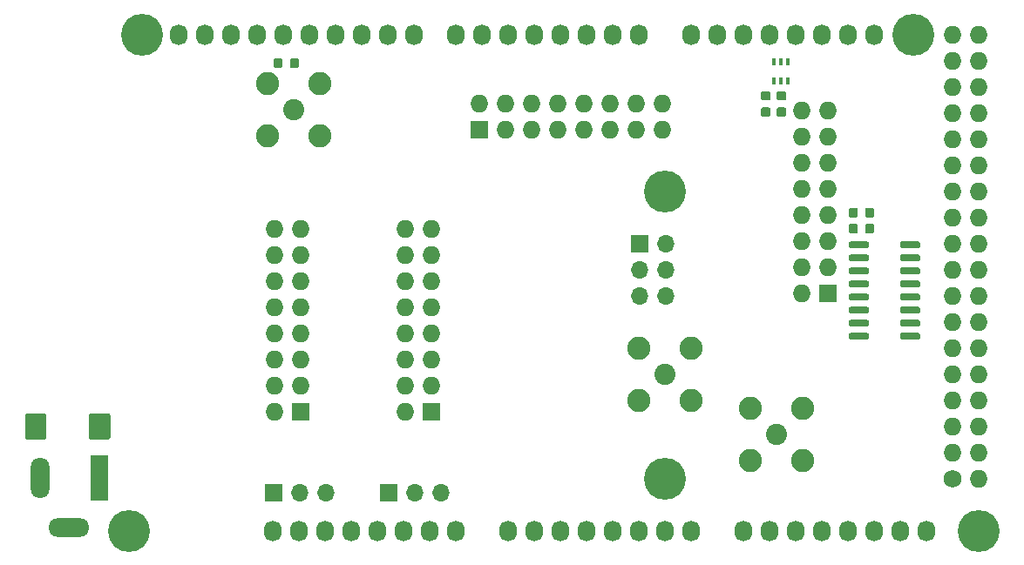
<source format=gbr>
%TF.GenerationSoftware,KiCad,Pcbnew,(5.1.2)-1*%
%TF.CreationDate,2020-09-11T17:40:03+02:00*%
%TF.ProjectId,ArduinoShield_SPIlinedriver_Sync_2V0,41726475-696e-46f5-9368-69656c645f53,3.1*%
%TF.SameCoordinates,Original*%
%TF.FileFunction,Soldermask,Bot*%
%TF.FilePolarity,Negative*%
%FSLAX46Y46*%
G04 Gerber Fmt 4.6, Leading zero omitted, Abs format (unit mm)*
G04 Created by KiCad (PCBNEW (5.1.2)-1) date 2020-09-11 17:40:03*
%MOMM*%
%LPD*%
G04 APERTURE LIST*
%ADD10R,1.800000X4.400000*%
%ADD11O,1.800000X4.000000*%
%ADD12O,4.000000X1.800000*%
%ADD13C,1.727200*%
%ADD14O,1.727200X1.727200*%
%ADD15O,1.727200X2.032000*%
%ADD16C,4.064000*%
%ADD17R,1.700000X1.700000*%
%ADD18O,1.700000X1.700000*%
%ADD19C,2.050000*%
%ADD20C,2.250000*%
%ADD21C,0.100000*%
%ADD22C,0.600000*%
%ADD23C,0.875000*%
%ADD24R,1.727200X1.727200*%
%ADD25R,0.400000X0.650000*%
%ADD26C,2.075000*%
G04 APERTURE END LIST*
D10*
X114503200Y-113995200D03*
D11*
X108703200Y-113995200D03*
D12*
X111503200Y-118795200D03*
D13*
X197358000Y-114046000D03*
D14*
X199898000Y-114046000D03*
X197358000Y-111506000D03*
X199898000Y-111506000D03*
X197358000Y-108966000D03*
X199898000Y-108966000D03*
X197358000Y-106426000D03*
X199898000Y-106426000D03*
X197358000Y-103886000D03*
X199898000Y-103886000D03*
X197358000Y-101346000D03*
X199898000Y-101346000D03*
X197358000Y-98806000D03*
X199898000Y-98806000D03*
X197358000Y-96266000D03*
X199898000Y-96266000D03*
X197358000Y-93726000D03*
X199898000Y-93726000D03*
X197358000Y-91186000D03*
X199898000Y-91186000D03*
X197358000Y-88646000D03*
X199898000Y-88646000D03*
X197358000Y-86106000D03*
X199898000Y-86106000D03*
X197358000Y-83566000D03*
X199898000Y-83566000D03*
X197358000Y-81026000D03*
X199898000Y-81026000D03*
X197358000Y-78486000D03*
X199898000Y-78486000D03*
X197358000Y-75946000D03*
X199898000Y-75946000D03*
X197358000Y-73406000D03*
X199898000Y-73406000D03*
X197358000Y-70866000D03*
X199898000Y-70866000D03*
D15*
X131318000Y-119126000D03*
X133858000Y-119126000D03*
X136398000Y-119126000D03*
X138938000Y-119126000D03*
X141478000Y-119126000D03*
X144018000Y-119126000D03*
X146558000Y-119126000D03*
X149098000Y-119126000D03*
X154178000Y-119126000D03*
X156718000Y-119126000D03*
X159258000Y-119126000D03*
X161798000Y-119126000D03*
X164338000Y-119126000D03*
X166878000Y-119126000D03*
X169418000Y-119126000D03*
X171958000Y-119126000D03*
X177038000Y-119126000D03*
X179578000Y-119126000D03*
X182118000Y-119126000D03*
X184658000Y-119126000D03*
X187198000Y-119126000D03*
X189738000Y-119126000D03*
X192278000Y-119126000D03*
X194818000Y-119126000D03*
X122174000Y-70866000D03*
X124714000Y-70866000D03*
X127254000Y-70866000D03*
X129794000Y-70866000D03*
X132334000Y-70866000D03*
X134874000Y-70866000D03*
X137414000Y-70866000D03*
X139954000Y-70866000D03*
X142494000Y-70866000D03*
X145034000Y-70866000D03*
X149098000Y-70866000D03*
X151638000Y-70866000D03*
X154178000Y-70866000D03*
X156718000Y-70866000D03*
X159258000Y-70866000D03*
X161798000Y-70866000D03*
X164338000Y-70866000D03*
X166878000Y-70866000D03*
X171958000Y-70866000D03*
X174498000Y-70866000D03*
X177038000Y-70866000D03*
X179578000Y-70866000D03*
X182118000Y-70866000D03*
X184658000Y-70866000D03*
X187198000Y-70866000D03*
X189738000Y-70866000D03*
D16*
X117348000Y-119126000D03*
X169418000Y-114046000D03*
X199898000Y-119126000D03*
X118618000Y-70866000D03*
X169418000Y-86106000D03*
X193548000Y-70866000D03*
D17*
X167005000Y-91211400D03*
D18*
X169545000Y-91211400D03*
X167005000Y-93751400D03*
X169545000Y-93751400D03*
X167005000Y-96291400D03*
X169545000Y-96291400D03*
D19*
X180238400Y-109728000D03*
D20*
X182778400Y-112268000D03*
X182778400Y-107188000D03*
X177698400Y-107188000D03*
X177698400Y-112268000D03*
X166878000Y-106426000D03*
X166878000Y-101346000D03*
X171958000Y-101346000D03*
X171958000Y-106426000D03*
D19*
X169418000Y-103886000D03*
D21*
G36*
X189118703Y-91013722D02*
G01*
X189133264Y-91015882D01*
X189147543Y-91019459D01*
X189161403Y-91024418D01*
X189174710Y-91030712D01*
X189187336Y-91038280D01*
X189199159Y-91047048D01*
X189210066Y-91056934D01*
X189219952Y-91067841D01*
X189228720Y-91079664D01*
X189236288Y-91092290D01*
X189242582Y-91105597D01*
X189247541Y-91119457D01*
X189251118Y-91133736D01*
X189253278Y-91148297D01*
X189254000Y-91163000D01*
X189254000Y-91463000D01*
X189253278Y-91477703D01*
X189251118Y-91492264D01*
X189247541Y-91506543D01*
X189242582Y-91520403D01*
X189236288Y-91533710D01*
X189228720Y-91546336D01*
X189219952Y-91558159D01*
X189210066Y-91569066D01*
X189199159Y-91578952D01*
X189187336Y-91587720D01*
X189174710Y-91595288D01*
X189161403Y-91601582D01*
X189147543Y-91606541D01*
X189133264Y-91610118D01*
X189118703Y-91612278D01*
X189104000Y-91613000D01*
X187454000Y-91613000D01*
X187439297Y-91612278D01*
X187424736Y-91610118D01*
X187410457Y-91606541D01*
X187396597Y-91601582D01*
X187383290Y-91595288D01*
X187370664Y-91587720D01*
X187358841Y-91578952D01*
X187347934Y-91569066D01*
X187338048Y-91558159D01*
X187329280Y-91546336D01*
X187321712Y-91533710D01*
X187315418Y-91520403D01*
X187310459Y-91506543D01*
X187306882Y-91492264D01*
X187304722Y-91477703D01*
X187304000Y-91463000D01*
X187304000Y-91163000D01*
X187304722Y-91148297D01*
X187306882Y-91133736D01*
X187310459Y-91119457D01*
X187315418Y-91105597D01*
X187321712Y-91092290D01*
X187329280Y-91079664D01*
X187338048Y-91067841D01*
X187347934Y-91056934D01*
X187358841Y-91047048D01*
X187370664Y-91038280D01*
X187383290Y-91030712D01*
X187396597Y-91024418D01*
X187410457Y-91019459D01*
X187424736Y-91015882D01*
X187439297Y-91013722D01*
X187454000Y-91013000D01*
X189104000Y-91013000D01*
X189118703Y-91013722D01*
X189118703Y-91013722D01*
G37*
D22*
X188279000Y-91313000D03*
D21*
G36*
X189118703Y-92283722D02*
G01*
X189133264Y-92285882D01*
X189147543Y-92289459D01*
X189161403Y-92294418D01*
X189174710Y-92300712D01*
X189187336Y-92308280D01*
X189199159Y-92317048D01*
X189210066Y-92326934D01*
X189219952Y-92337841D01*
X189228720Y-92349664D01*
X189236288Y-92362290D01*
X189242582Y-92375597D01*
X189247541Y-92389457D01*
X189251118Y-92403736D01*
X189253278Y-92418297D01*
X189254000Y-92433000D01*
X189254000Y-92733000D01*
X189253278Y-92747703D01*
X189251118Y-92762264D01*
X189247541Y-92776543D01*
X189242582Y-92790403D01*
X189236288Y-92803710D01*
X189228720Y-92816336D01*
X189219952Y-92828159D01*
X189210066Y-92839066D01*
X189199159Y-92848952D01*
X189187336Y-92857720D01*
X189174710Y-92865288D01*
X189161403Y-92871582D01*
X189147543Y-92876541D01*
X189133264Y-92880118D01*
X189118703Y-92882278D01*
X189104000Y-92883000D01*
X187454000Y-92883000D01*
X187439297Y-92882278D01*
X187424736Y-92880118D01*
X187410457Y-92876541D01*
X187396597Y-92871582D01*
X187383290Y-92865288D01*
X187370664Y-92857720D01*
X187358841Y-92848952D01*
X187347934Y-92839066D01*
X187338048Y-92828159D01*
X187329280Y-92816336D01*
X187321712Y-92803710D01*
X187315418Y-92790403D01*
X187310459Y-92776543D01*
X187306882Y-92762264D01*
X187304722Y-92747703D01*
X187304000Y-92733000D01*
X187304000Y-92433000D01*
X187304722Y-92418297D01*
X187306882Y-92403736D01*
X187310459Y-92389457D01*
X187315418Y-92375597D01*
X187321712Y-92362290D01*
X187329280Y-92349664D01*
X187338048Y-92337841D01*
X187347934Y-92326934D01*
X187358841Y-92317048D01*
X187370664Y-92308280D01*
X187383290Y-92300712D01*
X187396597Y-92294418D01*
X187410457Y-92289459D01*
X187424736Y-92285882D01*
X187439297Y-92283722D01*
X187454000Y-92283000D01*
X189104000Y-92283000D01*
X189118703Y-92283722D01*
X189118703Y-92283722D01*
G37*
D22*
X188279000Y-92583000D03*
D21*
G36*
X189118703Y-93553722D02*
G01*
X189133264Y-93555882D01*
X189147543Y-93559459D01*
X189161403Y-93564418D01*
X189174710Y-93570712D01*
X189187336Y-93578280D01*
X189199159Y-93587048D01*
X189210066Y-93596934D01*
X189219952Y-93607841D01*
X189228720Y-93619664D01*
X189236288Y-93632290D01*
X189242582Y-93645597D01*
X189247541Y-93659457D01*
X189251118Y-93673736D01*
X189253278Y-93688297D01*
X189254000Y-93703000D01*
X189254000Y-94003000D01*
X189253278Y-94017703D01*
X189251118Y-94032264D01*
X189247541Y-94046543D01*
X189242582Y-94060403D01*
X189236288Y-94073710D01*
X189228720Y-94086336D01*
X189219952Y-94098159D01*
X189210066Y-94109066D01*
X189199159Y-94118952D01*
X189187336Y-94127720D01*
X189174710Y-94135288D01*
X189161403Y-94141582D01*
X189147543Y-94146541D01*
X189133264Y-94150118D01*
X189118703Y-94152278D01*
X189104000Y-94153000D01*
X187454000Y-94153000D01*
X187439297Y-94152278D01*
X187424736Y-94150118D01*
X187410457Y-94146541D01*
X187396597Y-94141582D01*
X187383290Y-94135288D01*
X187370664Y-94127720D01*
X187358841Y-94118952D01*
X187347934Y-94109066D01*
X187338048Y-94098159D01*
X187329280Y-94086336D01*
X187321712Y-94073710D01*
X187315418Y-94060403D01*
X187310459Y-94046543D01*
X187306882Y-94032264D01*
X187304722Y-94017703D01*
X187304000Y-94003000D01*
X187304000Y-93703000D01*
X187304722Y-93688297D01*
X187306882Y-93673736D01*
X187310459Y-93659457D01*
X187315418Y-93645597D01*
X187321712Y-93632290D01*
X187329280Y-93619664D01*
X187338048Y-93607841D01*
X187347934Y-93596934D01*
X187358841Y-93587048D01*
X187370664Y-93578280D01*
X187383290Y-93570712D01*
X187396597Y-93564418D01*
X187410457Y-93559459D01*
X187424736Y-93555882D01*
X187439297Y-93553722D01*
X187454000Y-93553000D01*
X189104000Y-93553000D01*
X189118703Y-93553722D01*
X189118703Y-93553722D01*
G37*
D22*
X188279000Y-93853000D03*
D21*
G36*
X189118703Y-94823722D02*
G01*
X189133264Y-94825882D01*
X189147543Y-94829459D01*
X189161403Y-94834418D01*
X189174710Y-94840712D01*
X189187336Y-94848280D01*
X189199159Y-94857048D01*
X189210066Y-94866934D01*
X189219952Y-94877841D01*
X189228720Y-94889664D01*
X189236288Y-94902290D01*
X189242582Y-94915597D01*
X189247541Y-94929457D01*
X189251118Y-94943736D01*
X189253278Y-94958297D01*
X189254000Y-94973000D01*
X189254000Y-95273000D01*
X189253278Y-95287703D01*
X189251118Y-95302264D01*
X189247541Y-95316543D01*
X189242582Y-95330403D01*
X189236288Y-95343710D01*
X189228720Y-95356336D01*
X189219952Y-95368159D01*
X189210066Y-95379066D01*
X189199159Y-95388952D01*
X189187336Y-95397720D01*
X189174710Y-95405288D01*
X189161403Y-95411582D01*
X189147543Y-95416541D01*
X189133264Y-95420118D01*
X189118703Y-95422278D01*
X189104000Y-95423000D01*
X187454000Y-95423000D01*
X187439297Y-95422278D01*
X187424736Y-95420118D01*
X187410457Y-95416541D01*
X187396597Y-95411582D01*
X187383290Y-95405288D01*
X187370664Y-95397720D01*
X187358841Y-95388952D01*
X187347934Y-95379066D01*
X187338048Y-95368159D01*
X187329280Y-95356336D01*
X187321712Y-95343710D01*
X187315418Y-95330403D01*
X187310459Y-95316543D01*
X187306882Y-95302264D01*
X187304722Y-95287703D01*
X187304000Y-95273000D01*
X187304000Y-94973000D01*
X187304722Y-94958297D01*
X187306882Y-94943736D01*
X187310459Y-94929457D01*
X187315418Y-94915597D01*
X187321712Y-94902290D01*
X187329280Y-94889664D01*
X187338048Y-94877841D01*
X187347934Y-94866934D01*
X187358841Y-94857048D01*
X187370664Y-94848280D01*
X187383290Y-94840712D01*
X187396597Y-94834418D01*
X187410457Y-94829459D01*
X187424736Y-94825882D01*
X187439297Y-94823722D01*
X187454000Y-94823000D01*
X189104000Y-94823000D01*
X189118703Y-94823722D01*
X189118703Y-94823722D01*
G37*
D22*
X188279000Y-95123000D03*
D21*
G36*
X189118703Y-96093722D02*
G01*
X189133264Y-96095882D01*
X189147543Y-96099459D01*
X189161403Y-96104418D01*
X189174710Y-96110712D01*
X189187336Y-96118280D01*
X189199159Y-96127048D01*
X189210066Y-96136934D01*
X189219952Y-96147841D01*
X189228720Y-96159664D01*
X189236288Y-96172290D01*
X189242582Y-96185597D01*
X189247541Y-96199457D01*
X189251118Y-96213736D01*
X189253278Y-96228297D01*
X189254000Y-96243000D01*
X189254000Y-96543000D01*
X189253278Y-96557703D01*
X189251118Y-96572264D01*
X189247541Y-96586543D01*
X189242582Y-96600403D01*
X189236288Y-96613710D01*
X189228720Y-96626336D01*
X189219952Y-96638159D01*
X189210066Y-96649066D01*
X189199159Y-96658952D01*
X189187336Y-96667720D01*
X189174710Y-96675288D01*
X189161403Y-96681582D01*
X189147543Y-96686541D01*
X189133264Y-96690118D01*
X189118703Y-96692278D01*
X189104000Y-96693000D01*
X187454000Y-96693000D01*
X187439297Y-96692278D01*
X187424736Y-96690118D01*
X187410457Y-96686541D01*
X187396597Y-96681582D01*
X187383290Y-96675288D01*
X187370664Y-96667720D01*
X187358841Y-96658952D01*
X187347934Y-96649066D01*
X187338048Y-96638159D01*
X187329280Y-96626336D01*
X187321712Y-96613710D01*
X187315418Y-96600403D01*
X187310459Y-96586543D01*
X187306882Y-96572264D01*
X187304722Y-96557703D01*
X187304000Y-96543000D01*
X187304000Y-96243000D01*
X187304722Y-96228297D01*
X187306882Y-96213736D01*
X187310459Y-96199457D01*
X187315418Y-96185597D01*
X187321712Y-96172290D01*
X187329280Y-96159664D01*
X187338048Y-96147841D01*
X187347934Y-96136934D01*
X187358841Y-96127048D01*
X187370664Y-96118280D01*
X187383290Y-96110712D01*
X187396597Y-96104418D01*
X187410457Y-96099459D01*
X187424736Y-96095882D01*
X187439297Y-96093722D01*
X187454000Y-96093000D01*
X189104000Y-96093000D01*
X189118703Y-96093722D01*
X189118703Y-96093722D01*
G37*
D22*
X188279000Y-96393000D03*
D21*
G36*
X189118703Y-97363722D02*
G01*
X189133264Y-97365882D01*
X189147543Y-97369459D01*
X189161403Y-97374418D01*
X189174710Y-97380712D01*
X189187336Y-97388280D01*
X189199159Y-97397048D01*
X189210066Y-97406934D01*
X189219952Y-97417841D01*
X189228720Y-97429664D01*
X189236288Y-97442290D01*
X189242582Y-97455597D01*
X189247541Y-97469457D01*
X189251118Y-97483736D01*
X189253278Y-97498297D01*
X189254000Y-97513000D01*
X189254000Y-97813000D01*
X189253278Y-97827703D01*
X189251118Y-97842264D01*
X189247541Y-97856543D01*
X189242582Y-97870403D01*
X189236288Y-97883710D01*
X189228720Y-97896336D01*
X189219952Y-97908159D01*
X189210066Y-97919066D01*
X189199159Y-97928952D01*
X189187336Y-97937720D01*
X189174710Y-97945288D01*
X189161403Y-97951582D01*
X189147543Y-97956541D01*
X189133264Y-97960118D01*
X189118703Y-97962278D01*
X189104000Y-97963000D01*
X187454000Y-97963000D01*
X187439297Y-97962278D01*
X187424736Y-97960118D01*
X187410457Y-97956541D01*
X187396597Y-97951582D01*
X187383290Y-97945288D01*
X187370664Y-97937720D01*
X187358841Y-97928952D01*
X187347934Y-97919066D01*
X187338048Y-97908159D01*
X187329280Y-97896336D01*
X187321712Y-97883710D01*
X187315418Y-97870403D01*
X187310459Y-97856543D01*
X187306882Y-97842264D01*
X187304722Y-97827703D01*
X187304000Y-97813000D01*
X187304000Y-97513000D01*
X187304722Y-97498297D01*
X187306882Y-97483736D01*
X187310459Y-97469457D01*
X187315418Y-97455597D01*
X187321712Y-97442290D01*
X187329280Y-97429664D01*
X187338048Y-97417841D01*
X187347934Y-97406934D01*
X187358841Y-97397048D01*
X187370664Y-97388280D01*
X187383290Y-97380712D01*
X187396597Y-97374418D01*
X187410457Y-97369459D01*
X187424736Y-97365882D01*
X187439297Y-97363722D01*
X187454000Y-97363000D01*
X189104000Y-97363000D01*
X189118703Y-97363722D01*
X189118703Y-97363722D01*
G37*
D22*
X188279000Y-97663000D03*
D21*
G36*
X189118703Y-98633722D02*
G01*
X189133264Y-98635882D01*
X189147543Y-98639459D01*
X189161403Y-98644418D01*
X189174710Y-98650712D01*
X189187336Y-98658280D01*
X189199159Y-98667048D01*
X189210066Y-98676934D01*
X189219952Y-98687841D01*
X189228720Y-98699664D01*
X189236288Y-98712290D01*
X189242582Y-98725597D01*
X189247541Y-98739457D01*
X189251118Y-98753736D01*
X189253278Y-98768297D01*
X189254000Y-98783000D01*
X189254000Y-99083000D01*
X189253278Y-99097703D01*
X189251118Y-99112264D01*
X189247541Y-99126543D01*
X189242582Y-99140403D01*
X189236288Y-99153710D01*
X189228720Y-99166336D01*
X189219952Y-99178159D01*
X189210066Y-99189066D01*
X189199159Y-99198952D01*
X189187336Y-99207720D01*
X189174710Y-99215288D01*
X189161403Y-99221582D01*
X189147543Y-99226541D01*
X189133264Y-99230118D01*
X189118703Y-99232278D01*
X189104000Y-99233000D01*
X187454000Y-99233000D01*
X187439297Y-99232278D01*
X187424736Y-99230118D01*
X187410457Y-99226541D01*
X187396597Y-99221582D01*
X187383290Y-99215288D01*
X187370664Y-99207720D01*
X187358841Y-99198952D01*
X187347934Y-99189066D01*
X187338048Y-99178159D01*
X187329280Y-99166336D01*
X187321712Y-99153710D01*
X187315418Y-99140403D01*
X187310459Y-99126543D01*
X187306882Y-99112264D01*
X187304722Y-99097703D01*
X187304000Y-99083000D01*
X187304000Y-98783000D01*
X187304722Y-98768297D01*
X187306882Y-98753736D01*
X187310459Y-98739457D01*
X187315418Y-98725597D01*
X187321712Y-98712290D01*
X187329280Y-98699664D01*
X187338048Y-98687841D01*
X187347934Y-98676934D01*
X187358841Y-98667048D01*
X187370664Y-98658280D01*
X187383290Y-98650712D01*
X187396597Y-98644418D01*
X187410457Y-98639459D01*
X187424736Y-98635882D01*
X187439297Y-98633722D01*
X187454000Y-98633000D01*
X189104000Y-98633000D01*
X189118703Y-98633722D01*
X189118703Y-98633722D01*
G37*
D22*
X188279000Y-98933000D03*
D21*
G36*
X189118703Y-99903722D02*
G01*
X189133264Y-99905882D01*
X189147543Y-99909459D01*
X189161403Y-99914418D01*
X189174710Y-99920712D01*
X189187336Y-99928280D01*
X189199159Y-99937048D01*
X189210066Y-99946934D01*
X189219952Y-99957841D01*
X189228720Y-99969664D01*
X189236288Y-99982290D01*
X189242582Y-99995597D01*
X189247541Y-100009457D01*
X189251118Y-100023736D01*
X189253278Y-100038297D01*
X189254000Y-100053000D01*
X189254000Y-100353000D01*
X189253278Y-100367703D01*
X189251118Y-100382264D01*
X189247541Y-100396543D01*
X189242582Y-100410403D01*
X189236288Y-100423710D01*
X189228720Y-100436336D01*
X189219952Y-100448159D01*
X189210066Y-100459066D01*
X189199159Y-100468952D01*
X189187336Y-100477720D01*
X189174710Y-100485288D01*
X189161403Y-100491582D01*
X189147543Y-100496541D01*
X189133264Y-100500118D01*
X189118703Y-100502278D01*
X189104000Y-100503000D01*
X187454000Y-100503000D01*
X187439297Y-100502278D01*
X187424736Y-100500118D01*
X187410457Y-100496541D01*
X187396597Y-100491582D01*
X187383290Y-100485288D01*
X187370664Y-100477720D01*
X187358841Y-100468952D01*
X187347934Y-100459066D01*
X187338048Y-100448159D01*
X187329280Y-100436336D01*
X187321712Y-100423710D01*
X187315418Y-100410403D01*
X187310459Y-100396543D01*
X187306882Y-100382264D01*
X187304722Y-100367703D01*
X187304000Y-100353000D01*
X187304000Y-100053000D01*
X187304722Y-100038297D01*
X187306882Y-100023736D01*
X187310459Y-100009457D01*
X187315418Y-99995597D01*
X187321712Y-99982290D01*
X187329280Y-99969664D01*
X187338048Y-99957841D01*
X187347934Y-99946934D01*
X187358841Y-99937048D01*
X187370664Y-99928280D01*
X187383290Y-99920712D01*
X187396597Y-99914418D01*
X187410457Y-99909459D01*
X187424736Y-99905882D01*
X187439297Y-99903722D01*
X187454000Y-99903000D01*
X189104000Y-99903000D01*
X189118703Y-99903722D01*
X189118703Y-99903722D01*
G37*
D22*
X188279000Y-100203000D03*
D21*
G36*
X194068703Y-99903722D02*
G01*
X194083264Y-99905882D01*
X194097543Y-99909459D01*
X194111403Y-99914418D01*
X194124710Y-99920712D01*
X194137336Y-99928280D01*
X194149159Y-99937048D01*
X194160066Y-99946934D01*
X194169952Y-99957841D01*
X194178720Y-99969664D01*
X194186288Y-99982290D01*
X194192582Y-99995597D01*
X194197541Y-100009457D01*
X194201118Y-100023736D01*
X194203278Y-100038297D01*
X194204000Y-100053000D01*
X194204000Y-100353000D01*
X194203278Y-100367703D01*
X194201118Y-100382264D01*
X194197541Y-100396543D01*
X194192582Y-100410403D01*
X194186288Y-100423710D01*
X194178720Y-100436336D01*
X194169952Y-100448159D01*
X194160066Y-100459066D01*
X194149159Y-100468952D01*
X194137336Y-100477720D01*
X194124710Y-100485288D01*
X194111403Y-100491582D01*
X194097543Y-100496541D01*
X194083264Y-100500118D01*
X194068703Y-100502278D01*
X194054000Y-100503000D01*
X192404000Y-100503000D01*
X192389297Y-100502278D01*
X192374736Y-100500118D01*
X192360457Y-100496541D01*
X192346597Y-100491582D01*
X192333290Y-100485288D01*
X192320664Y-100477720D01*
X192308841Y-100468952D01*
X192297934Y-100459066D01*
X192288048Y-100448159D01*
X192279280Y-100436336D01*
X192271712Y-100423710D01*
X192265418Y-100410403D01*
X192260459Y-100396543D01*
X192256882Y-100382264D01*
X192254722Y-100367703D01*
X192254000Y-100353000D01*
X192254000Y-100053000D01*
X192254722Y-100038297D01*
X192256882Y-100023736D01*
X192260459Y-100009457D01*
X192265418Y-99995597D01*
X192271712Y-99982290D01*
X192279280Y-99969664D01*
X192288048Y-99957841D01*
X192297934Y-99946934D01*
X192308841Y-99937048D01*
X192320664Y-99928280D01*
X192333290Y-99920712D01*
X192346597Y-99914418D01*
X192360457Y-99909459D01*
X192374736Y-99905882D01*
X192389297Y-99903722D01*
X192404000Y-99903000D01*
X194054000Y-99903000D01*
X194068703Y-99903722D01*
X194068703Y-99903722D01*
G37*
D22*
X193229000Y-100203000D03*
D21*
G36*
X194068703Y-98633722D02*
G01*
X194083264Y-98635882D01*
X194097543Y-98639459D01*
X194111403Y-98644418D01*
X194124710Y-98650712D01*
X194137336Y-98658280D01*
X194149159Y-98667048D01*
X194160066Y-98676934D01*
X194169952Y-98687841D01*
X194178720Y-98699664D01*
X194186288Y-98712290D01*
X194192582Y-98725597D01*
X194197541Y-98739457D01*
X194201118Y-98753736D01*
X194203278Y-98768297D01*
X194204000Y-98783000D01*
X194204000Y-99083000D01*
X194203278Y-99097703D01*
X194201118Y-99112264D01*
X194197541Y-99126543D01*
X194192582Y-99140403D01*
X194186288Y-99153710D01*
X194178720Y-99166336D01*
X194169952Y-99178159D01*
X194160066Y-99189066D01*
X194149159Y-99198952D01*
X194137336Y-99207720D01*
X194124710Y-99215288D01*
X194111403Y-99221582D01*
X194097543Y-99226541D01*
X194083264Y-99230118D01*
X194068703Y-99232278D01*
X194054000Y-99233000D01*
X192404000Y-99233000D01*
X192389297Y-99232278D01*
X192374736Y-99230118D01*
X192360457Y-99226541D01*
X192346597Y-99221582D01*
X192333290Y-99215288D01*
X192320664Y-99207720D01*
X192308841Y-99198952D01*
X192297934Y-99189066D01*
X192288048Y-99178159D01*
X192279280Y-99166336D01*
X192271712Y-99153710D01*
X192265418Y-99140403D01*
X192260459Y-99126543D01*
X192256882Y-99112264D01*
X192254722Y-99097703D01*
X192254000Y-99083000D01*
X192254000Y-98783000D01*
X192254722Y-98768297D01*
X192256882Y-98753736D01*
X192260459Y-98739457D01*
X192265418Y-98725597D01*
X192271712Y-98712290D01*
X192279280Y-98699664D01*
X192288048Y-98687841D01*
X192297934Y-98676934D01*
X192308841Y-98667048D01*
X192320664Y-98658280D01*
X192333290Y-98650712D01*
X192346597Y-98644418D01*
X192360457Y-98639459D01*
X192374736Y-98635882D01*
X192389297Y-98633722D01*
X192404000Y-98633000D01*
X194054000Y-98633000D01*
X194068703Y-98633722D01*
X194068703Y-98633722D01*
G37*
D22*
X193229000Y-98933000D03*
D21*
G36*
X194068703Y-97363722D02*
G01*
X194083264Y-97365882D01*
X194097543Y-97369459D01*
X194111403Y-97374418D01*
X194124710Y-97380712D01*
X194137336Y-97388280D01*
X194149159Y-97397048D01*
X194160066Y-97406934D01*
X194169952Y-97417841D01*
X194178720Y-97429664D01*
X194186288Y-97442290D01*
X194192582Y-97455597D01*
X194197541Y-97469457D01*
X194201118Y-97483736D01*
X194203278Y-97498297D01*
X194204000Y-97513000D01*
X194204000Y-97813000D01*
X194203278Y-97827703D01*
X194201118Y-97842264D01*
X194197541Y-97856543D01*
X194192582Y-97870403D01*
X194186288Y-97883710D01*
X194178720Y-97896336D01*
X194169952Y-97908159D01*
X194160066Y-97919066D01*
X194149159Y-97928952D01*
X194137336Y-97937720D01*
X194124710Y-97945288D01*
X194111403Y-97951582D01*
X194097543Y-97956541D01*
X194083264Y-97960118D01*
X194068703Y-97962278D01*
X194054000Y-97963000D01*
X192404000Y-97963000D01*
X192389297Y-97962278D01*
X192374736Y-97960118D01*
X192360457Y-97956541D01*
X192346597Y-97951582D01*
X192333290Y-97945288D01*
X192320664Y-97937720D01*
X192308841Y-97928952D01*
X192297934Y-97919066D01*
X192288048Y-97908159D01*
X192279280Y-97896336D01*
X192271712Y-97883710D01*
X192265418Y-97870403D01*
X192260459Y-97856543D01*
X192256882Y-97842264D01*
X192254722Y-97827703D01*
X192254000Y-97813000D01*
X192254000Y-97513000D01*
X192254722Y-97498297D01*
X192256882Y-97483736D01*
X192260459Y-97469457D01*
X192265418Y-97455597D01*
X192271712Y-97442290D01*
X192279280Y-97429664D01*
X192288048Y-97417841D01*
X192297934Y-97406934D01*
X192308841Y-97397048D01*
X192320664Y-97388280D01*
X192333290Y-97380712D01*
X192346597Y-97374418D01*
X192360457Y-97369459D01*
X192374736Y-97365882D01*
X192389297Y-97363722D01*
X192404000Y-97363000D01*
X194054000Y-97363000D01*
X194068703Y-97363722D01*
X194068703Y-97363722D01*
G37*
D22*
X193229000Y-97663000D03*
D21*
G36*
X194068703Y-96093722D02*
G01*
X194083264Y-96095882D01*
X194097543Y-96099459D01*
X194111403Y-96104418D01*
X194124710Y-96110712D01*
X194137336Y-96118280D01*
X194149159Y-96127048D01*
X194160066Y-96136934D01*
X194169952Y-96147841D01*
X194178720Y-96159664D01*
X194186288Y-96172290D01*
X194192582Y-96185597D01*
X194197541Y-96199457D01*
X194201118Y-96213736D01*
X194203278Y-96228297D01*
X194204000Y-96243000D01*
X194204000Y-96543000D01*
X194203278Y-96557703D01*
X194201118Y-96572264D01*
X194197541Y-96586543D01*
X194192582Y-96600403D01*
X194186288Y-96613710D01*
X194178720Y-96626336D01*
X194169952Y-96638159D01*
X194160066Y-96649066D01*
X194149159Y-96658952D01*
X194137336Y-96667720D01*
X194124710Y-96675288D01*
X194111403Y-96681582D01*
X194097543Y-96686541D01*
X194083264Y-96690118D01*
X194068703Y-96692278D01*
X194054000Y-96693000D01*
X192404000Y-96693000D01*
X192389297Y-96692278D01*
X192374736Y-96690118D01*
X192360457Y-96686541D01*
X192346597Y-96681582D01*
X192333290Y-96675288D01*
X192320664Y-96667720D01*
X192308841Y-96658952D01*
X192297934Y-96649066D01*
X192288048Y-96638159D01*
X192279280Y-96626336D01*
X192271712Y-96613710D01*
X192265418Y-96600403D01*
X192260459Y-96586543D01*
X192256882Y-96572264D01*
X192254722Y-96557703D01*
X192254000Y-96543000D01*
X192254000Y-96243000D01*
X192254722Y-96228297D01*
X192256882Y-96213736D01*
X192260459Y-96199457D01*
X192265418Y-96185597D01*
X192271712Y-96172290D01*
X192279280Y-96159664D01*
X192288048Y-96147841D01*
X192297934Y-96136934D01*
X192308841Y-96127048D01*
X192320664Y-96118280D01*
X192333290Y-96110712D01*
X192346597Y-96104418D01*
X192360457Y-96099459D01*
X192374736Y-96095882D01*
X192389297Y-96093722D01*
X192404000Y-96093000D01*
X194054000Y-96093000D01*
X194068703Y-96093722D01*
X194068703Y-96093722D01*
G37*
D22*
X193229000Y-96393000D03*
D21*
G36*
X194068703Y-94823722D02*
G01*
X194083264Y-94825882D01*
X194097543Y-94829459D01*
X194111403Y-94834418D01*
X194124710Y-94840712D01*
X194137336Y-94848280D01*
X194149159Y-94857048D01*
X194160066Y-94866934D01*
X194169952Y-94877841D01*
X194178720Y-94889664D01*
X194186288Y-94902290D01*
X194192582Y-94915597D01*
X194197541Y-94929457D01*
X194201118Y-94943736D01*
X194203278Y-94958297D01*
X194204000Y-94973000D01*
X194204000Y-95273000D01*
X194203278Y-95287703D01*
X194201118Y-95302264D01*
X194197541Y-95316543D01*
X194192582Y-95330403D01*
X194186288Y-95343710D01*
X194178720Y-95356336D01*
X194169952Y-95368159D01*
X194160066Y-95379066D01*
X194149159Y-95388952D01*
X194137336Y-95397720D01*
X194124710Y-95405288D01*
X194111403Y-95411582D01*
X194097543Y-95416541D01*
X194083264Y-95420118D01*
X194068703Y-95422278D01*
X194054000Y-95423000D01*
X192404000Y-95423000D01*
X192389297Y-95422278D01*
X192374736Y-95420118D01*
X192360457Y-95416541D01*
X192346597Y-95411582D01*
X192333290Y-95405288D01*
X192320664Y-95397720D01*
X192308841Y-95388952D01*
X192297934Y-95379066D01*
X192288048Y-95368159D01*
X192279280Y-95356336D01*
X192271712Y-95343710D01*
X192265418Y-95330403D01*
X192260459Y-95316543D01*
X192256882Y-95302264D01*
X192254722Y-95287703D01*
X192254000Y-95273000D01*
X192254000Y-94973000D01*
X192254722Y-94958297D01*
X192256882Y-94943736D01*
X192260459Y-94929457D01*
X192265418Y-94915597D01*
X192271712Y-94902290D01*
X192279280Y-94889664D01*
X192288048Y-94877841D01*
X192297934Y-94866934D01*
X192308841Y-94857048D01*
X192320664Y-94848280D01*
X192333290Y-94840712D01*
X192346597Y-94834418D01*
X192360457Y-94829459D01*
X192374736Y-94825882D01*
X192389297Y-94823722D01*
X192404000Y-94823000D01*
X194054000Y-94823000D01*
X194068703Y-94823722D01*
X194068703Y-94823722D01*
G37*
D22*
X193229000Y-95123000D03*
D21*
G36*
X194068703Y-93553722D02*
G01*
X194083264Y-93555882D01*
X194097543Y-93559459D01*
X194111403Y-93564418D01*
X194124710Y-93570712D01*
X194137336Y-93578280D01*
X194149159Y-93587048D01*
X194160066Y-93596934D01*
X194169952Y-93607841D01*
X194178720Y-93619664D01*
X194186288Y-93632290D01*
X194192582Y-93645597D01*
X194197541Y-93659457D01*
X194201118Y-93673736D01*
X194203278Y-93688297D01*
X194204000Y-93703000D01*
X194204000Y-94003000D01*
X194203278Y-94017703D01*
X194201118Y-94032264D01*
X194197541Y-94046543D01*
X194192582Y-94060403D01*
X194186288Y-94073710D01*
X194178720Y-94086336D01*
X194169952Y-94098159D01*
X194160066Y-94109066D01*
X194149159Y-94118952D01*
X194137336Y-94127720D01*
X194124710Y-94135288D01*
X194111403Y-94141582D01*
X194097543Y-94146541D01*
X194083264Y-94150118D01*
X194068703Y-94152278D01*
X194054000Y-94153000D01*
X192404000Y-94153000D01*
X192389297Y-94152278D01*
X192374736Y-94150118D01*
X192360457Y-94146541D01*
X192346597Y-94141582D01*
X192333290Y-94135288D01*
X192320664Y-94127720D01*
X192308841Y-94118952D01*
X192297934Y-94109066D01*
X192288048Y-94098159D01*
X192279280Y-94086336D01*
X192271712Y-94073710D01*
X192265418Y-94060403D01*
X192260459Y-94046543D01*
X192256882Y-94032264D01*
X192254722Y-94017703D01*
X192254000Y-94003000D01*
X192254000Y-93703000D01*
X192254722Y-93688297D01*
X192256882Y-93673736D01*
X192260459Y-93659457D01*
X192265418Y-93645597D01*
X192271712Y-93632290D01*
X192279280Y-93619664D01*
X192288048Y-93607841D01*
X192297934Y-93596934D01*
X192308841Y-93587048D01*
X192320664Y-93578280D01*
X192333290Y-93570712D01*
X192346597Y-93564418D01*
X192360457Y-93559459D01*
X192374736Y-93555882D01*
X192389297Y-93553722D01*
X192404000Y-93553000D01*
X194054000Y-93553000D01*
X194068703Y-93553722D01*
X194068703Y-93553722D01*
G37*
D22*
X193229000Y-93853000D03*
D21*
G36*
X194068703Y-92283722D02*
G01*
X194083264Y-92285882D01*
X194097543Y-92289459D01*
X194111403Y-92294418D01*
X194124710Y-92300712D01*
X194137336Y-92308280D01*
X194149159Y-92317048D01*
X194160066Y-92326934D01*
X194169952Y-92337841D01*
X194178720Y-92349664D01*
X194186288Y-92362290D01*
X194192582Y-92375597D01*
X194197541Y-92389457D01*
X194201118Y-92403736D01*
X194203278Y-92418297D01*
X194204000Y-92433000D01*
X194204000Y-92733000D01*
X194203278Y-92747703D01*
X194201118Y-92762264D01*
X194197541Y-92776543D01*
X194192582Y-92790403D01*
X194186288Y-92803710D01*
X194178720Y-92816336D01*
X194169952Y-92828159D01*
X194160066Y-92839066D01*
X194149159Y-92848952D01*
X194137336Y-92857720D01*
X194124710Y-92865288D01*
X194111403Y-92871582D01*
X194097543Y-92876541D01*
X194083264Y-92880118D01*
X194068703Y-92882278D01*
X194054000Y-92883000D01*
X192404000Y-92883000D01*
X192389297Y-92882278D01*
X192374736Y-92880118D01*
X192360457Y-92876541D01*
X192346597Y-92871582D01*
X192333290Y-92865288D01*
X192320664Y-92857720D01*
X192308841Y-92848952D01*
X192297934Y-92839066D01*
X192288048Y-92828159D01*
X192279280Y-92816336D01*
X192271712Y-92803710D01*
X192265418Y-92790403D01*
X192260459Y-92776543D01*
X192256882Y-92762264D01*
X192254722Y-92747703D01*
X192254000Y-92733000D01*
X192254000Y-92433000D01*
X192254722Y-92418297D01*
X192256882Y-92403736D01*
X192260459Y-92389457D01*
X192265418Y-92375597D01*
X192271712Y-92362290D01*
X192279280Y-92349664D01*
X192288048Y-92337841D01*
X192297934Y-92326934D01*
X192308841Y-92317048D01*
X192320664Y-92308280D01*
X192333290Y-92300712D01*
X192346597Y-92294418D01*
X192360457Y-92289459D01*
X192374736Y-92285882D01*
X192389297Y-92283722D01*
X192404000Y-92283000D01*
X194054000Y-92283000D01*
X194068703Y-92283722D01*
X194068703Y-92283722D01*
G37*
D22*
X193229000Y-92583000D03*
D21*
G36*
X194068703Y-91013722D02*
G01*
X194083264Y-91015882D01*
X194097543Y-91019459D01*
X194111403Y-91024418D01*
X194124710Y-91030712D01*
X194137336Y-91038280D01*
X194149159Y-91047048D01*
X194160066Y-91056934D01*
X194169952Y-91067841D01*
X194178720Y-91079664D01*
X194186288Y-91092290D01*
X194192582Y-91105597D01*
X194197541Y-91119457D01*
X194201118Y-91133736D01*
X194203278Y-91148297D01*
X194204000Y-91163000D01*
X194204000Y-91463000D01*
X194203278Y-91477703D01*
X194201118Y-91492264D01*
X194197541Y-91506543D01*
X194192582Y-91520403D01*
X194186288Y-91533710D01*
X194178720Y-91546336D01*
X194169952Y-91558159D01*
X194160066Y-91569066D01*
X194149159Y-91578952D01*
X194137336Y-91587720D01*
X194124710Y-91595288D01*
X194111403Y-91601582D01*
X194097543Y-91606541D01*
X194083264Y-91610118D01*
X194068703Y-91612278D01*
X194054000Y-91613000D01*
X192404000Y-91613000D01*
X192389297Y-91612278D01*
X192374736Y-91610118D01*
X192360457Y-91606541D01*
X192346597Y-91601582D01*
X192333290Y-91595288D01*
X192320664Y-91587720D01*
X192308841Y-91578952D01*
X192297934Y-91569066D01*
X192288048Y-91558159D01*
X192279280Y-91546336D01*
X192271712Y-91533710D01*
X192265418Y-91520403D01*
X192260459Y-91506543D01*
X192256882Y-91492264D01*
X192254722Y-91477703D01*
X192254000Y-91463000D01*
X192254000Y-91163000D01*
X192254722Y-91148297D01*
X192256882Y-91133736D01*
X192260459Y-91119457D01*
X192265418Y-91105597D01*
X192271712Y-91092290D01*
X192279280Y-91079664D01*
X192288048Y-91067841D01*
X192297934Y-91056934D01*
X192308841Y-91047048D01*
X192320664Y-91038280D01*
X192333290Y-91030712D01*
X192346597Y-91024418D01*
X192360457Y-91019459D01*
X192374736Y-91015882D01*
X192389297Y-91013722D01*
X192404000Y-91013000D01*
X194054000Y-91013000D01*
X194068703Y-91013722D01*
X194068703Y-91013722D01*
G37*
D22*
X193229000Y-91313000D03*
D17*
X142608300Y-115430300D03*
D18*
X145148300Y-115430300D03*
X147688300Y-115430300D03*
X136461500Y-115430300D03*
X133921500Y-115430300D03*
D17*
X131381500Y-115430300D03*
D21*
G36*
X181024091Y-76398453D02*
G01*
X181045326Y-76401603D01*
X181066150Y-76406819D01*
X181086362Y-76414051D01*
X181105768Y-76423230D01*
X181124181Y-76434266D01*
X181141424Y-76447054D01*
X181157330Y-76461470D01*
X181171746Y-76477376D01*
X181184534Y-76494619D01*
X181195570Y-76513032D01*
X181204749Y-76532438D01*
X181211981Y-76552650D01*
X181217197Y-76573474D01*
X181220347Y-76594709D01*
X181221400Y-76616150D01*
X181221400Y-77053650D01*
X181220347Y-77075091D01*
X181217197Y-77096326D01*
X181211981Y-77117150D01*
X181204749Y-77137362D01*
X181195570Y-77156768D01*
X181184534Y-77175181D01*
X181171746Y-77192424D01*
X181157330Y-77208330D01*
X181141424Y-77222746D01*
X181124181Y-77235534D01*
X181105768Y-77246570D01*
X181086362Y-77255749D01*
X181066150Y-77262981D01*
X181045326Y-77268197D01*
X181024091Y-77271347D01*
X181002650Y-77272400D01*
X180490150Y-77272400D01*
X180468709Y-77271347D01*
X180447474Y-77268197D01*
X180426650Y-77262981D01*
X180406438Y-77255749D01*
X180387032Y-77246570D01*
X180368619Y-77235534D01*
X180351376Y-77222746D01*
X180335470Y-77208330D01*
X180321054Y-77192424D01*
X180308266Y-77175181D01*
X180297230Y-77156768D01*
X180288051Y-77137362D01*
X180280819Y-77117150D01*
X180275603Y-77096326D01*
X180272453Y-77075091D01*
X180271400Y-77053650D01*
X180271400Y-76616150D01*
X180272453Y-76594709D01*
X180275603Y-76573474D01*
X180280819Y-76552650D01*
X180288051Y-76532438D01*
X180297230Y-76513032D01*
X180308266Y-76494619D01*
X180321054Y-76477376D01*
X180335470Y-76461470D01*
X180351376Y-76447054D01*
X180368619Y-76434266D01*
X180387032Y-76423230D01*
X180406438Y-76414051D01*
X180426650Y-76406819D01*
X180447474Y-76401603D01*
X180468709Y-76398453D01*
X180490150Y-76397400D01*
X181002650Y-76397400D01*
X181024091Y-76398453D01*
X181024091Y-76398453D01*
G37*
D23*
X180746400Y-76834900D03*
D21*
G36*
X181024091Y-77973453D02*
G01*
X181045326Y-77976603D01*
X181066150Y-77981819D01*
X181086362Y-77989051D01*
X181105768Y-77998230D01*
X181124181Y-78009266D01*
X181141424Y-78022054D01*
X181157330Y-78036470D01*
X181171746Y-78052376D01*
X181184534Y-78069619D01*
X181195570Y-78088032D01*
X181204749Y-78107438D01*
X181211981Y-78127650D01*
X181217197Y-78148474D01*
X181220347Y-78169709D01*
X181221400Y-78191150D01*
X181221400Y-78628650D01*
X181220347Y-78650091D01*
X181217197Y-78671326D01*
X181211981Y-78692150D01*
X181204749Y-78712362D01*
X181195570Y-78731768D01*
X181184534Y-78750181D01*
X181171746Y-78767424D01*
X181157330Y-78783330D01*
X181141424Y-78797746D01*
X181124181Y-78810534D01*
X181105768Y-78821570D01*
X181086362Y-78830749D01*
X181066150Y-78837981D01*
X181045326Y-78843197D01*
X181024091Y-78846347D01*
X181002650Y-78847400D01*
X180490150Y-78847400D01*
X180468709Y-78846347D01*
X180447474Y-78843197D01*
X180426650Y-78837981D01*
X180406438Y-78830749D01*
X180387032Y-78821570D01*
X180368619Y-78810534D01*
X180351376Y-78797746D01*
X180335470Y-78783330D01*
X180321054Y-78767424D01*
X180308266Y-78750181D01*
X180297230Y-78731768D01*
X180288051Y-78712362D01*
X180280819Y-78692150D01*
X180275603Y-78671326D01*
X180272453Y-78650091D01*
X180271400Y-78628650D01*
X180271400Y-78191150D01*
X180272453Y-78169709D01*
X180275603Y-78148474D01*
X180280819Y-78127650D01*
X180288051Y-78107438D01*
X180297230Y-78088032D01*
X180308266Y-78069619D01*
X180321054Y-78052376D01*
X180335470Y-78036470D01*
X180351376Y-78022054D01*
X180368619Y-78009266D01*
X180387032Y-77998230D01*
X180406438Y-77989051D01*
X180426650Y-77981819D01*
X180447474Y-77976603D01*
X180468709Y-77973453D01*
X180490150Y-77972400D01*
X181002650Y-77972400D01*
X181024091Y-77973453D01*
X181024091Y-77973453D01*
G37*
D23*
X180746400Y-78409900D03*
D21*
G36*
X187971491Y-87714853D02*
G01*
X187992726Y-87718003D01*
X188013550Y-87723219D01*
X188033762Y-87730451D01*
X188053168Y-87739630D01*
X188071581Y-87750666D01*
X188088824Y-87763454D01*
X188104730Y-87777870D01*
X188119146Y-87793776D01*
X188131934Y-87811019D01*
X188142970Y-87829432D01*
X188152149Y-87848838D01*
X188159381Y-87869050D01*
X188164597Y-87889874D01*
X188167747Y-87911109D01*
X188168800Y-87932550D01*
X188168800Y-88445050D01*
X188167747Y-88466491D01*
X188164597Y-88487726D01*
X188159381Y-88508550D01*
X188152149Y-88528762D01*
X188142970Y-88548168D01*
X188131934Y-88566581D01*
X188119146Y-88583824D01*
X188104730Y-88599730D01*
X188088824Y-88614146D01*
X188071581Y-88626934D01*
X188053168Y-88637970D01*
X188033762Y-88647149D01*
X188013550Y-88654381D01*
X187992726Y-88659597D01*
X187971491Y-88662747D01*
X187950050Y-88663800D01*
X187512550Y-88663800D01*
X187491109Y-88662747D01*
X187469874Y-88659597D01*
X187449050Y-88654381D01*
X187428838Y-88647149D01*
X187409432Y-88637970D01*
X187391019Y-88626934D01*
X187373776Y-88614146D01*
X187357870Y-88599730D01*
X187343454Y-88583824D01*
X187330666Y-88566581D01*
X187319630Y-88548168D01*
X187310451Y-88528762D01*
X187303219Y-88508550D01*
X187298003Y-88487726D01*
X187294853Y-88466491D01*
X187293800Y-88445050D01*
X187293800Y-87932550D01*
X187294853Y-87911109D01*
X187298003Y-87889874D01*
X187303219Y-87869050D01*
X187310451Y-87848838D01*
X187319630Y-87829432D01*
X187330666Y-87811019D01*
X187343454Y-87793776D01*
X187357870Y-87777870D01*
X187373776Y-87763454D01*
X187391019Y-87750666D01*
X187409432Y-87739630D01*
X187428838Y-87730451D01*
X187449050Y-87723219D01*
X187469874Y-87718003D01*
X187491109Y-87714853D01*
X187512550Y-87713800D01*
X187950050Y-87713800D01*
X187971491Y-87714853D01*
X187971491Y-87714853D01*
G37*
D23*
X187731300Y-88188800D03*
D21*
G36*
X189546491Y-87714853D02*
G01*
X189567726Y-87718003D01*
X189588550Y-87723219D01*
X189608762Y-87730451D01*
X189628168Y-87739630D01*
X189646581Y-87750666D01*
X189663824Y-87763454D01*
X189679730Y-87777870D01*
X189694146Y-87793776D01*
X189706934Y-87811019D01*
X189717970Y-87829432D01*
X189727149Y-87848838D01*
X189734381Y-87869050D01*
X189739597Y-87889874D01*
X189742747Y-87911109D01*
X189743800Y-87932550D01*
X189743800Y-88445050D01*
X189742747Y-88466491D01*
X189739597Y-88487726D01*
X189734381Y-88508550D01*
X189727149Y-88528762D01*
X189717970Y-88548168D01*
X189706934Y-88566581D01*
X189694146Y-88583824D01*
X189679730Y-88599730D01*
X189663824Y-88614146D01*
X189646581Y-88626934D01*
X189628168Y-88637970D01*
X189608762Y-88647149D01*
X189588550Y-88654381D01*
X189567726Y-88659597D01*
X189546491Y-88662747D01*
X189525050Y-88663800D01*
X189087550Y-88663800D01*
X189066109Y-88662747D01*
X189044874Y-88659597D01*
X189024050Y-88654381D01*
X189003838Y-88647149D01*
X188984432Y-88637970D01*
X188966019Y-88626934D01*
X188948776Y-88614146D01*
X188932870Y-88599730D01*
X188918454Y-88583824D01*
X188905666Y-88566581D01*
X188894630Y-88548168D01*
X188885451Y-88528762D01*
X188878219Y-88508550D01*
X188873003Y-88487726D01*
X188869853Y-88466491D01*
X188868800Y-88445050D01*
X188868800Y-87932550D01*
X188869853Y-87911109D01*
X188873003Y-87889874D01*
X188878219Y-87869050D01*
X188885451Y-87848838D01*
X188894630Y-87829432D01*
X188905666Y-87811019D01*
X188918454Y-87793776D01*
X188932870Y-87777870D01*
X188948776Y-87763454D01*
X188966019Y-87750666D01*
X188984432Y-87739630D01*
X189003838Y-87730451D01*
X189024050Y-87723219D01*
X189044874Y-87718003D01*
X189066109Y-87714853D01*
X189087550Y-87713800D01*
X189525050Y-87713800D01*
X189546491Y-87714853D01*
X189546491Y-87714853D01*
G37*
D23*
X189306300Y-88188800D03*
D21*
G36*
X179500091Y-76398453D02*
G01*
X179521326Y-76401603D01*
X179542150Y-76406819D01*
X179562362Y-76414051D01*
X179581768Y-76423230D01*
X179600181Y-76434266D01*
X179617424Y-76447054D01*
X179633330Y-76461470D01*
X179647746Y-76477376D01*
X179660534Y-76494619D01*
X179671570Y-76513032D01*
X179680749Y-76532438D01*
X179687981Y-76552650D01*
X179693197Y-76573474D01*
X179696347Y-76594709D01*
X179697400Y-76616150D01*
X179697400Y-77053650D01*
X179696347Y-77075091D01*
X179693197Y-77096326D01*
X179687981Y-77117150D01*
X179680749Y-77137362D01*
X179671570Y-77156768D01*
X179660534Y-77175181D01*
X179647746Y-77192424D01*
X179633330Y-77208330D01*
X179617424Y-77222746D01*
X179600181Y-77235534D01*
X179581768Y-77246570D01*
X179562362Y-77255749D01*
X179542150Y-77262981D01*
X179521326Y-77268197D01*
X179500091Y-77271347D01*
X179478650Y-77272400D01*
X178966150Y-77272400D01*
X178944709Y-77271347D01*
X178923474Y-77268197D01*
X178902650Y-77262981D01*
X178882438Y-77255749D01*
X178863032Y-77246570D01*
X178844619Y-77235534D01*
X178827376Y-77222746D01*
X178811470Y-77208330D01*
X178797054Y-77192424D01*
X178784266Y-77175181D01*
X178773230Y-77156768D01*
X178764051Y-77137362D01*
X178756819Y-77117150D01*
X178751603Y-77096326D01*
X178748453Y-77075091D01*
X178747400Y-77053650D01*
X178747400Y-76616150D01*
X178748453Y-76594709D01*
X178751603Y-76573474D01*
X178756819Y-76552650D01*
X178764051Y-76532438D01*
X178773230Y-76513032D01*
X178784266Y-76494619D01*
X178797054Y-76477376D01*
X178811470Y-76461470D01*
X178827376Y-76447054D01*
X178844619Y-76434266D01*
X178863032Y-76423230D01*
X178882438Y-76414051D01*
X178902650Y-76406819D01*
X178923474Y-76401603D01*
X178944709Y-76398453D01*
X178966150Y-76397400D01*
X179478650Y-76397400D01*
X179500091Y-76398453D01*
X179500091Y-76398453D01*
G37*
D23*
X179222400Y-76834900D03*
D21*
G36*
X179500091Y-77973453D02*
G01*
X179521326Y-77976603D01*
X179542150Y-77981819D01*
X179562362Y-77989051D01*
X179581768Y-77998230D01*
X179600181Y-78009266D01*
X179617424Y-78022054D01*
X179633330Y-78036470D01*
X179647746Y-78052376D01*
X179660534Y-78069619D01*
X179671570Y-78088032D01*
X179680749Y-78107438D01*
X179687981Y-78127650D01*
X179693197Y-78148474D01*
X179696347Y-78169709D01*
X179697400Y-78191150D01*
X179697400Y-78628650D01*
X179696347Y-78650091D01*
X179693197Y-78671326D01*
X179687981Y-78692150D01*
X179680749Y-78712362D01*
X179671570Y-78731768D01*
X179660534Y-78750181D01*
X179647746Y-78767424D01*
X179633330Y-78783330D01*
X179617424Y-78797746D01*
X179600181Y-78810534D01*
X179581768Y-78821570D01*
X179562362Y-78830749D01*
X179542150Y-78837981D01*
X179521326Y-78843197D01*
X179500091Y-78846347D01*
X179478650Y-78847400D01*
X178966150Y-78847400D01*
X178944709Y-78846347D01*
X178923474Y-78843197D01*
X178902650Y-78837981D01*
X178882438Y-78830749D01*
X178863032Y-78821570D01*
X178844619Y-78810534D01*
X178827376Y-78797746D01*
X178811470Y-78783330D01*
X178797054Y-78767424D01*
X178784266Y-78750181D01*
X178773230Y-78731768D01*
X178764051Y-78712362D01*
X178756819Y-78692150D01*
X178751603Y-78671326D01*
X178748453Y-78650091D01*
X178747400Y-78628650D01*
X178747400Y-78191150D01*
X178748453Y-78169709D01*
X178751603Y-78148474D01*
X178756819Y-78127650D01*
X178764051Y-78107438D01*
X178773230Y-78088032D01*
X178784266Y-78069619D01*
X178797054Y-78052376D01*
X178811470Y-78036470D01*
X178827376Y-78022054D01*
X178844619Y-78009266D01*
X178863032Y-77998230D01*
X178882438Y-77989051D01*
X178902650Y-77981819D01*
X178923474Y-77976603D01*
X178944709Y-77973453D01*
X178966150Y-77972400D01*
X179478650Y-77972400D01*
X179500091Y-77973453D01*
X179500091Y-77973453D01*
G37*
D23*
X179222400Y-78409900D03*
D21*
G36*
X187971491Y-89289653D02*
G01*
X187992726Y-89292803D01*
X188013550Y-89298019D01*
X188033762Y-89305251D01*
X188053168Y-89314430D01*
X188071581Y-89325466D01*
X188088824Y-89338254D01*
X188104730Y-89352670D01*
X188119146Y-89368576D01*
X188131934Y-89385819D01*
X188142970Y-89404232D01*
X188152149Y-89423638D01*
X188159381Y-89443850D01*
X188164597Y-89464674D01*
X188167747Y-89485909D01*
X188168800Y-89507350D01*
X188168800Y-90019850D01*
X188167747Y-90041291D01*
X188164597Y-90062526D01*
X188159381Y-90083350D01*
X188152149Y-90103562D01*
X188142970Y-90122968D01*
X188131934Y-90141381D01*
X188119146Y-90158624D01*
X188104730Y-90174530D01*
X188088824Y-90188946D01*
X188071581Y-90201734D01*
X188053168Y-90212770D01*
X188033762Y-90221949D01*
X188013550Y-90229181D01*
X187992726Y-90234397D01*
X187971491Y-90237547D01*
X187950050Y-90238600D01*
X187512550Y-90238600D01*
X187491109Y-90237547D01*
X187469874Y-90234397D01*
X187449050Y-90229181D01*
X187428838Y-90221949D01*
X187409432Y-90212770D01*
X187391019Y-90201734D01*
X187373776Y-90188946D01*
X187357870Y-90174530D01*
X187343454Y-90158624D01*
X187330666Y-90141381D01*
X187319630Y-90122968D01*
X187310451Y-90103562D01*
X187303219Y-90083350D01*
X187298003Y-90062526D01*
X187294853Y-90041291D01*
X187293800Y-90019850D01*
X187293800Y-89507350D01*
X187294853Y-89485909D01*
X187298003Y-89464674D01*
X187303219Y-89443850D01*
X187310451Y-89423638D01*
X187319630Y-89404232D01*
X187330666Y-89385819D01*
X187343454Y-89368576D01*
X187357870Y-89352670D01*
X187373776Y-89338254D01*
X187391019Y-89325466D01*
X187409432Y-89314430D01*
X187428838Y-89305251D01*
X187449050Y-89298019D01*
X187469874Y-89292803D01*
X187491109Y-89289653D01*
X187512550Y-89288600D01*
X187950050Y-89288600D01*
X187971491Y-89289653D01*
X187971491Y-89289653D01*
G37*
D23*
X187731300Y-89763600D03*
D21*
G36*
X189546491Y-89289653D02*
G01*
X189567726Y-89292803D01*
X189588550Y-89298019D01*
X189608762Y-89305251D01*
X189628168Y-89314430D01*
X189646581Y-89325466D01*
X189663824Y-89338254D01*
X189679730Y-89352670D01*
X189694146Y-89368576D01*
X189706934Y-89385819D01*
X189717970Y-89404232D01*
X189727149Y-89423638D01*
X189734381Y-89443850D01*
X189739597Y-89464674D01*
X189742747Y-89485909D01*
X189743800Y-89507350D01*
X189743800Y-90019850D01*
X189742747Y-90041291D01*
X189739597Y-90062526D01*
X189734381Y-90083350D01*
X189727149Y-90103562D01*
X189717970Y-90122968D01*
X189706934Y-90141381D01*
X189694146Y-90158624D01*
X189679730Y-90174530D01*
X189663824Y-90188946D01*
X189646581Y-90201734D01*
X189628168Y-90212770D01*
X189608762Y-90221949D01*
X189588550Y-90229181D01*
X189567726Y-90234397D01*
X189546491Y-90237547D01*
X189525050Y-90238600D01*
X189087550Y-90238600D01*
X189066109Y-90237547D01*
X189044874Y-90234397D01*
X189024050Y-90229181D01*
X189003838Y-90221949D01*
X188984432Y-90212770D01*
X188966019Y-90201734D01*
X188948776Y-90188946D01*
X188932870Y-90174530D01*
X188918454Y-90158624D01*
X188905666Y-90141381D01*
X188894630Y-90122968D01*
X188885451Y-90103562D01*
X188878219Y-90083350D01*
X188873003Y-90062526D01*
X188869853Y-90041291D01*
X188868800Y-90019850D01*
X188868800Y-89507350D01*
X188869853Y-89485909D01*
X188873003Y-89464674D01*
X188878219Y-89443850D01*
X188885451Y-89423638D01*
X188894630Y-89404232D01*
X188905666Y-89385819D01*
X188918454Y-89368576D01*
X188932870Y-89352670D01*
X188948776Y-89338254D01*
X188966019Y-89325466D01*
X188984432Y-89314430D01*
X189003838Y-89305251D01*
X189024050Y-89298019D01*
X189044874Y-89292803D01*
X189066109Y-89289653D01*
X189087550Y-89288600D01*
X189525050Y-89288600D01*
X189546491Y-89289653D01*
X189546491Y-89289653D01*
G37*
D23*
X189306300Y-89763600D03*
D14*
X144170400Y-89763600D03*
X146710400Y-89763600D03*
X144170400Y-92303600D03*
X146710400Y-92303600D03*
X144170400Y-94843600D03*
X146710400Y-94843600D03*
X144170400Y-97383600D03*
X146710400Y-97383600D03*
X144170400Y-99923600D03*
X146710400Y-99923600D03*
X144170400Y-102463600D03*
X146710400Y-102463600D03*
X144170400Y-105003600D03*
X146710400Y-105003600D03*
X144170400Y-107543600D03*
D24*
X146710400Y-107543600D03*
X151384000Y-80111600D03*
D14*
X151384000Y-77571600D03*
X153924000Y-80111600D03*
X153924000Y-77571600D03*
X156464000Y-80111600D03*
X156464000Y-77571600D03*
X159004000Y-80111600D03*
X159004000Y-77571600D03*
X161544000Y-80111600D03*
X161544000Y-77571600D03*
X164084000Y-80111600D03*
X164084000Y-77571600D03*
X166624000Y-80111600D03*
X166624000Y-77571600D03*
X169164000Y-80111600D03*
X169164000Y-77571600D03*
D25*
X180048201Y-73507401D03*
X181348201Y-73507401D03*
X180698201Y-75407401D03*
X180698201Y-73507401D03*
X181348201Y-75407401D03*
X180048201Y-75407401D03*
D21*
G36*
X115316204Y-107717604D02*
G01*
X115340473Y-107721204D01*
X115364271Y-107727165D01*
X115387371Y-107735430D01*
X115409549Y-107745920D01*
X115430593Y-107758533D01*
X115450298Y-107773147D01*
X115468477Y-107789623D01*
X115484953Y-107807802D01*
X115499567Y-107827507D01*
X115512180Y-107848551D01*
X115522670Y-107870729D01*
X115530935Y-107893829D01*
X115536896Y-107917627D01*
X115540496Y-107941896D01*
X115541700Y-107966400D01*
X115541700Y-110016400D01*
X115540496Y-110040904D01*
X115536896Y-110065173D01*
X115530935Y-110088971D01*
X115522670Y-110112071D01*
X115512180Y-110134249D01*
X115499567Y-110155293D01*
X115484953Y-110174998D01*
X115468477Y-110193177D01*
X115450298Y-110209653D01*
X115430593Y-110224267D01*
X115409549Y-110236880D01*
X115387371Y-110247370D01*
X115364271Y-110255635D01*
X115340473Y-110261596D01*
X115316204Y-110265196D01*
X115291700Y-110266400D01*
X113716700Y-110266400D01*
X113692196Y-110265196D01*
X113667927Y-110261596D01*
X113644129Y-110255635D01*
X113621029Y-110247370D01*
X113598851Y-110236880D01*
X113577807Y-110224267D01*
X113558102Y-110209653D01*
X113539923Y-110193177D01*
X113523447Y-110174998D01*
X113508833Y-110155293D01*
X113496220Y-110134249D01*
X113485730Y-110112071D01*
X113477465Y-110088971D01*
X113471504Y-110065173D01*
X113467904Y-110040904D01*
X113466700Y-110016400D01*
X113466700Y-107966400D01*
X113467904Y-107941896D01*
X113471504Y-107917627D01*
X113477465Y-107893829D01*
X113485730Y-107870729D01*
X113496220Y-107848551D01*
X113508833Y-107827507D01*
X113523447Y-107807802D01*
X113539923Y-107789623D01*
X113558102Y-107773147D01*
X113577807Y-107758533D01*
X113598851Y-107745920D01*
X113621029Y-107735430D01*
X113644129Y-107727165D01*
X113667927Y-107721204D01*
X113692196Y-107717604D01*
X113716700Y-107716400D01*
X115291700Y-107716400D01*
X115316204Y-107717604D01*
X115316204Y-107717604D01*
G37*
D26*
X114504200Y-108991400D03*
D21*
G36*
X109091204Y-107717604D02*
G01*
X109115473Y-107721204D01*
X109139271Y-107727165D01*
X109162371Y-107735430D01*
X109184549Y-107745920D01*
X109205593Y-107758533D01*
X109225298Y-107773147D01*
X109243477Y-107789623D01*
X109259953Y-107807802D01*
X109274567Y-107827507D01*
X109287180Y-107848551D01*
X109297670Y-107870729D01*
X109305935Y-107893829D01*
X109311896Y-107917627D01*
X109315496Y-107941896D01*
X109316700Y-107966400D01*
X109316700Y-110016400D01*
X109315496Y-110040904D01*
X109311896Y-110065173D01*
X109305935Y-110088971D01*
X109297670Y-110112071D01*
X109287180Y-110134249D01*
X109274567Y-110155293D01*
X109259953Y-110174998D01*
X109243477Y-110193177D01*
X109225298Y-110209653D01*
X109205593Y-110224267D01*
X109184549Y-110236880D01*
X109162371Y-110247370D01*
X109139271Y-110255635D01*
X109115473Y-110261596D01*
X109091204Y-110265196D01*
X109066700Y-110266400D01*
X107491700Y-110266400D01*
X107467196Y-110265196D01*
X107442927Y-110261596D01*
X107419129Y-110255635D01*
X107396029Y-110247370D01*
X107373851Y-110236880D01*
X107352807Y-110224267D01*
X107333102Y-110209653D01*
X107314923Y-110193177D01*
X107298447Y-110174998D01*
X107283833Y-110155293D01*
X107271220Y-110134249D01*
X107260730Y-110112071D01*
X107252465Y-110088971D01*
X107246504Y-110065173D01*
X107242904Y-110040904D01*
X107241700Y-110016400D01*
X107241700Y-107966400D01*
X107242904Y-107941896D01*
X107246504Y-107917627D01*
X107252465Y-107893829D01*
X107260730Y-107870729D01*
X107271220Y-107848551D01*
X107283833Y-107827507D01*
X107298447Y-107807802D01*
X107314923Y-107789623D01*
X107333102Y-107773147D01*
X107352807Y-107758533D01*
X107373851Y-107745920D01*
X107396029Y-107735430D01*
X107419129Y-107727165D01*
X107442927Y-107721204D01*
X107467196Y-107717604D01*
X107491700Y-107716400D01*
X109066700Y-107716400D01*
X109091204Y-107717604D01*
X109091204Y-107717604D01*
G37*
D26*
X108279200Y-108991400D03*
D24*
X185216800Y-96050100D03*
D14*
X182676800Y-96050100D03*
X185216800Y-93510100D03*
X182676800Y-93510100D03*
X185216800Y-90970100D03*
X182676800Y-90970100D03*
X185216800Y-88430100D03*
X182676800Y-88430100D03*
X185216800Y-85890100D03*
X182676800Y-85890100D03*
X185216800Y-83350100D03*
X182676800Y-83350100D03*
X185216800Y-80810100D03*
X182676800Y-80810100D03*
X185216800Y-78270100D03*
X182676800Y-78270100D03*
X131470400Y-89763600D03*
X134010400Y-89763600D03*
X131470400Y-92303600D03*
X134010400Y-92303600D03*
X131470400Y-94843600D03*
X134010400Y-94843600D03*
X131470400Y-97383600D03*
X134010400Y-97383600D03*
X131470400Y-99923600D03*
X134010400Y-99923600D03*
X131470400Y-102463600D03*
X134010400Y-102463600D03*
X131470400Y-105003600D03*
X134010400Y-105003600D03*
X131470400Y-107543600D03*
D24*
X134010400Y-107543600D03*
D19*
X133337300Y-78155800D03*
D20*
X135877300Y-80695800D03*
X135877300Y-75615800D03*
X130797300Y-75615800D03*
X130797300Y-80695800D03*
D21*
G36*
X132078691Y-73186053D02*
G01*
X132099926Y-73189203D01*
X132120750Y-73194419D01*
X132140962Y-73201651D01*
X132160368Y-73210830D01*
X132178781Y-73221866D01*
X132196024Y-73234654D01*
X132211930Y-73249070D01*
X132226346Y-73264976D01*
X132239134Y-73282219D01*
X132250170Y-73300632D01*
X132259349Y-73320038D01*
X132266581Y-73340250D01*
X132271797Y-73361074D01*
X132274947Y-73382309D01*
X132276000Y-73403750D01*
X132276000Y-73916250D01*
X132274947Y-73937691D01*
X132271797Y-73958926D01*
X132266581Y-73979750D01*
X132259349Y-73999962D01*
X132250170Y-74019368D01*
X132239134Y-74037781D01*
X132226346Y-74055024D01*
X132211930Y-74070930D01*
X132196024Y-74085346D01*
X132178781Y-74098134D01*
X132160368Y-74109170D01*
X132140962Y-74118349D01*
X132120750Y-74125581D01*
X132099926Y-74130797D01*
X132078691Y-74133947D01*
X132057250Y-74135000D01*
X131619750Y-74135000D01*
X131598309Y-74133947D01*
X131577074Y-74130797D01*
X131556250Y-74125581D01*
X131536038Y-74118349D01*
X131516632Y-74109170D01*
X131498219Y-74098134D01*
X131480976Y-74085346D01*
X131465070Y-74070930D01*
X131450654Y-74055024D01*
X131437866Y-74037781D01*
X131426830Y-74019368D01*
X131417651Y-73999962D01*
X131410419Y-73979750D01*
X131405203Y-73958926D01*
X131402053Y-73937691D01*
X131401000Y-73916250D01*
X131401000Y-73403750D01*
X131402053Y-73382309D01*
X131405203Y-73361074D01*
X131410419Y-73340250D01*
X131417651Y-73320038D01*
X131426830Y-73300632D01*
X131437866Y-73282219D01*
X131450654Y-73264976D01*
X131465070Y-73249070D01*
X131480976Y-73234654D01*
X131498219Y-73221866D01*
X131516632Y-73210830D01*
X131536038Y-73201651D01*
X131556250Y-73194419D01*
X131577074Y-73189203D01*
X131598309Y-73186053D01*
X131619750Y-73185000D01*
X132057250Y-73185000D01*
X132078691Y-73186053D01*
X132078691Y-73186053D01*
G37*
D23*
X131838500Y-73660000D03*
D21*
G36*
X133653691Y-73186053D02*
G01*
X133674926Y-73189203D01*
X133695750Y-73194419D01*
X133715962Y-73201651D01*
X133735368Y-73210830D01*
X133753781Y-73221866D01*
X133771024Y-73234654D01*
X133786930Y-73249070D01*
X133801346Y-73264976D01*
X133814134Y-73282219D01*
X133825170Y-73300632D01*
X133834349Y-73320038D01*
X133841581Y-73340250D01*
X133846797Y-73361074D01*
X133849947Y-73382309D01*
X133851000Y-73403750D01*
X133851000Y-73916250D01*
X133849947Y-73937691D01*
X133846797Y-73958926D01*
X133841581Y-73979750D01*
X133834349Y-73999962D01*
X133825170Y-74019368D01*
X133814134Y-74037781D01*
X133801346Y-74055024D01*
X133786930Y-74070930D01*
X133771024Y-74085346D01*
X133753781Y-74098134D01*
X133735368Y-74109170D01*
X133715962Y-74118349D01*
X133695750Y-74125581D01*
X133674926Y-74130797D01*
X133653691Y-74133947D01*
X133632250Y-74135000D01*
X133194750Y-74135000D01*
X133173309Y-74133947D01*
X133152074Y-74130797D01*
X133131250Y-74125581D01*
X133111038Y-74118349D01*
X133091632Y-74109170D01*
X133073219Y-74098134D01*
X133055976Y-74085346D01*
X133040070Y-74070930D01*
X133025654Y-74055024D01*
X133012866Y-74037781D01*
X133001830Y-74019368D01*
X132992651Y-73999962D01*
X132985419Y-73979750D01*
X132980203Y-73958926D01*
X132977053Y-73937691D01*
X132976000Y-73916250D01*
X132976000Y-73403750D01*
X132977053Y-73382309D01*
X132980203Y-73361074D01*
X132985419Y-73340250D01*
X132992651Y-73320038D01*
X133001830Y-73300632D01*
X133012866Y-73282219D01*
X133025654Y-73264976D01*
X133040070Y-73249070D01*
X133055976Y-73234654D01*
X133073219Y-73221866D01*
X133091632Y-73210830D01*
X133111038Y-73201651D01*
X133131250Y-73194419D01*
X133152074Y-73189203D01*
X133173309Y-73186053D01*
X133194750Y-73185000D01*
X133632250Y-73185000D01*
X133653691Y-73186053D01*
X133653691Y-73186053D01*
G37*
D23*
X133413500Y-73660000D03*
M02*

</source>
